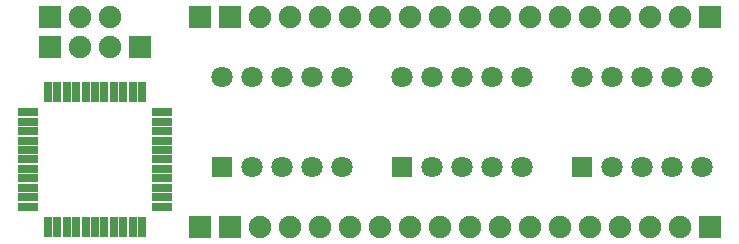
<source format=gbr>
G04 #@! TF.GenerationSoftware,KiCad,Pcbnew,(5.0.0)*
G04 #@! TF.CreationDate,2019-08-21T13:25:49-04:00*
G04 #@! TF.ProjectId,7segment,377365676D656E742E6B696361645F70,B*
G04 #@! TF.SameCoordinates,Original*
G04 #@! TF.FileFunction,Soldermask,Top*
G04 #@! TF.FilePolarity,Negative*
%FSLAX46Y46*%
G04 Gerber Fmt 4.6, Leading zero omitted, Abs format (unit mm)*
G04 Created by KiCad (PCBNEW (5.0.0)) date 08/21/19 13:25:49*
%MOMM*%
%LPD*%
G01*
G04 APERTURE LIST*
%ADD10R,1.900000X1.900000*%
%ADD11O,1.900000X1.900000*%
%ADD12R,1.800000X1.800000*%
%ADD13C,1.800000*%
%ADD14R,1.700000X0.750000*%
%ADD15R,0.750000X1.700000*%
G04 APERTURE END LIST*
D10*
G04 #@! TO.C,J6*
X59055000Y-55880000D03*
G04 #@! TD*
G04 #@! TO.C,J7*
X59055000Y-38100000D03*
G04 #@! TD*
G04 #@! TO.C,J5*
X56515000Y-55880000D03*
G04 #@! TD*
G04 #@! TO.C,JP2*
X43815000Y-40640000D03*
D11*
X46355000Y-40640000D03*
X48895000Y-40640000D03*
G04 #@! TD*
D10*
G04 #@! TO.C,JP1*
X43815000Y-38100000D03*
D11*
X46355000Y-38100000D03*
X48895000Y-38100000D03*
G04 #@! TD*
D12*
G04 #@! TO.C,U4*
X88900000Y-50800000D03*
D13*
X91440000Y-50800000D03*
X93980000Y-50800000D03*
X96520000Y-50800000D03*
X99060000Y-50800000D03*
X99060000Y-43180000D03*
X96520000Y-43180000D03*
X93980000Y-43180000D03*
X91440000Y-43180000D03*
X88900000Y-43180000D03*
G04 #@! TD*
D11*
G04 #@! TO.C,J4*
X61595000Y-55880000D03*
X64135000Y-55880000D03*
X66675000Y-55880000D03*
X69215000Y-55880000D03*
X71755000Y-55880000D03*
X74295000Y-55880000D03*
X76835000Y-55880000D03*
X79375000Y-55880000D03*
X81915000Y-55880000D03*
X84455000Y-55880000D03*
X86995000Y-55880000D03*
X89535000Y-55880000D03*
X92075000Y-55880000D03*
X94615000Y-55880000D03*
X97155000Y-55880000D03*
D10*
X99695000Y-55880000D03*
G04 #@! TD*
G04 #@! TO.C,J2*
X99695000Y-38100000D03*
D11*
X97155000Y-38100000D03*
X94615000Y-38100000D03*
X92075000Y-38100000D03*
X89535000Y-38100000D03*
X86995000Y-38100000D03*
X84455000Y-38100000D03*
X81915000Y-38100000D03*
X79375000Y-38100000D03*
X76835000Y-38100000D03*
X74295000Y-38100000D03*
X71755000Y-38100000D03*
X69215000Y-38100000D03*
X66675000Y-38100000D03*
X64135000Y-38100000D03*
X61595000Y-38100000D03*
G04 #@! TD*
D12*
G04 #@! TO.C,U3*
X73660000Y-50800000D03*
D13*
X76200000Y-50800000D03*
X78740000Y-50800000D03*
X81280000Y-50800000D03*
X83820000Y-50800000D03*
X83820000Y-43180000D03*
X81280000Y-43180000D03*
X78740000Y-43180000D03*
X76200000Y-43180000D03*
X73660000Y-43180000D03*
G04 #@! TD*
D14*
G04 #@! TO.C,U2*
X41925000Y-46165000D03*
X41925000Y-46965000D03*
X41925000Y-47765000D03*
X41925000Y-48565000D03*
X41925000Y-49365000D03*
X41925000Y-50165000D03*
X41925000Y-50965000D03*
X41925000Y-51765000D03*
X41925000Y-52565000D03*
X41925000Y-53365000D03*
X41925000Y-54165000D03*
D15*
X43625000Y-55865000D03*
X44425000Y-55865000D03*
X45225000Y-55865000D03*
X46025000Y-55865000D03*
X46825000Y-55865000D03*
X47625000Y-55865000D03*
X48425000Y-55865000D03*
X49225000Y-55865000D03*
X50025000Y-55865000D03*
X50825000Y-55865000D03*
X51625000Y-55865000D03*
D14*
X53325000Y-54165000D03*
X53325000Y-53365000D03*
X53325000Y-52565000D03*
X53325000Y-51765000D03*
X53325000Y-50965000D03*
X53325000Y-50165000D03*
X53325000Y-49365000D03*
X53325000Y-48565000D03*
X53325000Y-47765000D03*
X53325000Y-46965000D03*
X53325000Y-46165000D03*
D15*
X51625000Y-44465000D03*
X50825000Y-44465000D03*
X50025000Y-44465000D03*
X49225000Y-44465000D03*
X48425000Y-44465000D03*
X47625000Y-44465000D03*
X46825000Y-44465000D03*
X46025000Y-44465000D03*
X45225000Y-44465000D03*
X44425000Y-44465000D03*
X43625000Y-44465000D03*
G04 #@! TD*
D10*
G04 #@! TO.C,J3*
X56515000Y-38100000D03*
G04 #@! TD*
G04 #@! TO.C,J1*
X51435000Y-40640000D03*
G04 #@! TD*
D13*
G04 #@! TO.C,U1*
X58420000Y-43180000D03*
X60960000Y-43180000D03*
X63500000Y-43180000D03*
X66040000Y-43180000D03*
X68580000Y-43180000D03*
X68580000Y-50800000D03*
X66040000Y-50800000D03*
X63500000Y-50800000D03*
X60960000Y-50800000D03*
D12*
X58420000Y-50800000D03*
G04 #@! TD*
M02*

</source>
